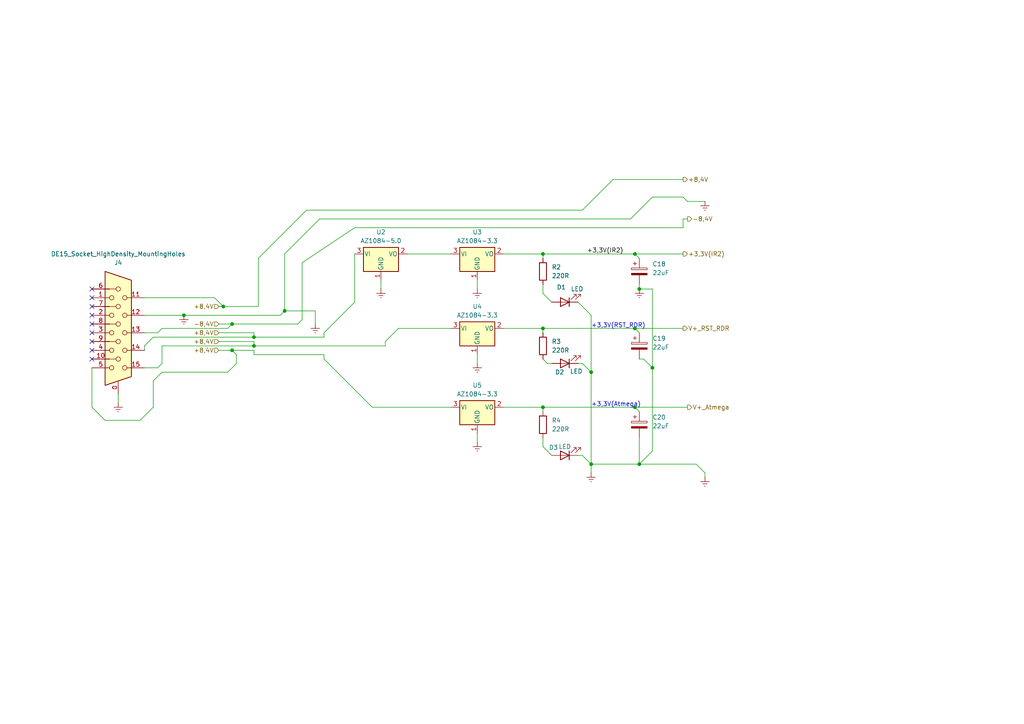
<source format=kicad_sch>
(kicad_sch (version 20250114) (generator "eeschema") (generator_version "9.0")
  (paper "A4")
  (title_block (title "PROJETO IR2_B2_UFAM") (date "07/08/2025") (company "UFAM-UFMG") (comment 1 "1 - Software Proteus substituído pelo Software Kicad 9.0") (comment 2 "2 - Incluído Amplificafor de Instrumentação para reduzir ruídos") (comment 3 "3 - Incluídos conectores para cabos entrelaçados") (comment 4 "4 - Análise de 4 camadas para reduzir ruídos"))
  (lib_symbols
    (symbol "Connector:DE15_Socket_HighDensity_MountingHoles" (pin_names (offset 1.016) (hide yes))
      (property "Reference" "J" (at 0 21.59 0))
      (property "Value" "DE15_Socket_HighDensity_MountingHoles" (at 0 19.05 0))
      (symbol "DE15_Socket_HighDensity_MountingHoles_0_1"
        (polyline (pts (xy -3.81 17.78) (xy -3.81 -15.24) (xy 3.81 -12.7) (xy 3.81 15.24) (xy -3.81 17.78)) (stroke (width 0.254)) (fill (type background)))
        (polyline (pts (xy -3.175 7.62) (xy -0.635 7.62)))
        (circle (center -1.905 10.16) (radius 0.635))
        (circle (center -1.905 5.08) (radius 0.635))
        (circle (center -1.905 0) (radius 0.635))
        (circle (center -1.905 -5.08) (radius 0.635))
        (circle (center -1.905 -10.16) (radius 0.635))
        (polyline (pts (xy -0.635 12.7) (xy -3.175 12.7)))
        (polyline (pts (xy -0.635 2.54) (xy -3.175 2.54)))
        (polyline (pts (xy -0.635 -2.54) (xy -3.175 -2.54)))
        (polyline (pts (xy -0.635 -7.62) (xy -3.175 -7.62)))
        (circle (center 0 12.7) (radius 0.635))
        (circle (center 0 7.62) (radius 0.635))
        (circle (center 0 2.54) (radius 0.635))
        (circle (center 0 -2.54) (radius 0.635))
        (circle (center 0 -7.62) (radius 0.635))
        (circle (center 1.905 10.16) (radius 0.635))
        (circle (center 1.905 5.08) (radius 0.635))
        (circle (center 1.905 0) (radius 0.635))
        (circle (center 1.905 -5.08) (radius 0.635))
        (circle (center 1.905 -10.16) (radius 0.635))
      )
      (symbol "DE15_Socket_HighDensity_MountingHoles_1_1"
        (pin passive line (at -7.62 12.7 0) (length 5.08) (name "~") (number "6"))
        (pin passive line (at -7.62 10.16 0) (length 5.08) (name "~") (number "1"))
        (pin passive line (at -7.62 7.62 0) (length 5.08) (name "~") (number "7"))
        (pin passive line (at -7.62 5.08 0) (length 5.08) (name "~") (number "2"))
        (pin passive line (at -7.62 2.54 0) (length 5.08) (name "~") (number "8"))
        (pin passive line (at -7.62 0 0) (length 5.08) (name "~") (number "3"))
        (pin passive line (at -7.62 -2.54 0) (length 5.08) (name "~") (number "9"))
        (pin passive line (at -7.62 -5.08 0) (length 5.08) (name "~") (number "4"))
        (pin passive line (at -7.62 -7.62 0) (length 5.08) (name "~") (number "10"))
        (pin passive line (at -7.62 -10.16 0) (length 5.08) (name "~") (number "5"))
        (pin passive line (at 0 -17.78 90) (length 3.81) (name "~") (number "0"))
        (pin passive line (at 7.62 10.16 180) (length 5.08) (name "~") (number "11"))
        (pin passive line (at 7.62 5.08 180) (length 5.08) (name "~") (number "12"))
        (pin passive line (at 7.62 0 180) (length 5.08) (name "~") (number "13"))
        (pin passive line (at 7.62 -5.08 180) (length 5.08) (name "~") (number "14"))
        (pin passive line (at 7.62 -10.16 180) (length 5.08) (name "~") (number "15"))
      )
    )
    (symbol "Device:C_Polarized" (pin_numbers (hide yes)) (pin_names (offset 0.254))
      (property "Reference" "C" (at 0.635 2.54 0))
      (property "Value" "C_Polarized" (at 0.635 -2.54 0))
      (symbol "C_Polarized_0_1"
        (rectangle (start -2.286 0.508) (end 2.286 1.016))
        (polyline (pts (xy -1.778 2.286) (xy -0.762 2.286)))
        (polyline (pts (xy -1.27 2.794) (xy -1.27 1.778)))
        (rectangle (start 2.286 -0.508) (end -2.286 -1.016) (fill (type outline)))
      )
      (symbol "C_Polarized_1_1"
        (pin passive line (at 0 3.81 270) (length 2.794) (name "~") (number "1"))
        (pin passive line (at 0 -3.81 90) (length 2.794) (name "~") (number "2"))
      )
    )
    (symbol "Device:LED" (pin_numbers (hide yes)) (pin_names (offset 1.016) (hide yes))
      (property "Reference" "D" (at 0 2.54 0))
      (property "Value" "LED" (at 0 -2.54 0))
      (symbol "LED_0_1"
        (polyline (pts (xy -3.048 -0.762) (xy -4.572 -2.286) (xy -3.81 -2.286) (xy -4.572 -2.286) (xy -4.572 -1.524)))
        (polyline (pts (xy -1.778 -0.762) (xy -3.302 -2.286) (xy -2.54 -2.286) (xy -3.302 -2.286) (xy -3.302 -1.524)))
        (polyline (pts (xy -1.27 0) (xy 1.27 0)))
        (polyline (pts (xy -1.27 -1.27) (xy -1.27 1.27)) (stroke (width 0.254)))
        (polyline (pts (xy 1.27 -1.27) (xy 1.27 1.27) (xy -1.27 0) (xy 1.27 -1.27)) (stroke (width 0.254)))
      )
      (symbol "LED_1_1"
        (pin passive line (at -3.81 0 0) (length 2.54) (name "K") (number "1"))
        (pin passive line (at 3.81 0 180) (length 2.54) (name "A") (number "2"))
      )
    )
    (symbol "Device:R" (pin_numbers (hide yes)) (pin_names (offset 0))
      (property "Reference" "R" (at 2.032 0 90))
      (property "Value" "R" (at 0 0 90))
      (symbol "R_0_1"
        (rectangle (start -1.016 -2.54) (end 1.016 2.54) (stroke (width 0.254)))
      )
      (symbol "R_1_1"
        (pin passive line (at 0 3.81 270) (length 1.27) (name "~") (number "1"))
        (pin passive line (at 0 -3.81 90) (length 1.27) (name "~") (number "2"))
      )
    )
    (symbol "Regulator_Linear:AZ1084-3.3" (pin_names (offset 0.254))
      (property "Reference" "U" (at -3.81 3.175 0))
      (property "Value" "AZ1084-3.3" (at 0 3.175 0))
      (symbol "AZ1084-3.3_0_1"
        (rectangle (start -5.08 1.905) (end 5.08 -5.08) (stroke (width 0.254)) (fill (type background)))
      )
      (symbol "AZ1084-3.3_1_1"
        (pin power_in line (at -7.62 0 0) (length 2.54) (name "VI") (number "3"))
        (pin power_in line (at 0 -7.62 90) (length 2.54) (name "GND") (number "1"))
        (pin power_out line (at 7.62 0 180) (length 2.54) (name "VO") (number "2"))
      )
    )
    (symbol "Regulator_Linear:AZ1084-5.0" (pin_names (offset 0.254))
      (property "Reference" "U" (at -3.81 3.175 0))
      (property "Value" "AZ1084-5.0" (at 0 3.175 0))
      (symbol "AZ1084-5.0_0_1"
        (rectangle (start -5.08 1.905) (end 5.08 -5.08) (stroke (width 0.254)) (fill (type background)))
      )
      (symbol "AZ1084-5.0_1_1"
        (pin power_in line (at -7.62 0 0) (length 2.54) (name "VI") (number "3"))
        (pin power_in line (at 0 -7.62 90) (length 2.54) (name "GND") (number "1"))
        (pin power_out line (at 7.62 0 180) (length 2.54) (name "VO") (number "2"))
      )
    )
    (symbol "power:Earth" (power) (pin_numbers (hide yes)) (pin_names (offset 0) (hide yes))
      (property "Value" "Earth" (at 0 -3.81 0))
      (symbol "Earth_0_1"
        (polyline (pts (xy -0.635 -1.905) (xy 0.635 -1.905)))
        (polyline (pts (xy -0.127 -2.54) (xy 0.127 -2.54)))
        (polyline (pts (xy 0 -1.27) (xy 0 0)))
        (polyline (pts (xy 1.27 -1.27) (xy -1.27 -1.27)))
      )
      (symbol "Earth_1_1"
        (pin power_in line (at 0 0 270) (length 0) (name "~") (number "1"))
      )
    )
  )
  (text "+3,3V(RST_RDR)" (at 171.45 95.25 0) (effects (font (size 1.27 1.27)) (justify left bottom)))
  (text "+3,3V(Atmega)" (at 171.45 118.11 0) (effects (font (size 1.27 1.27)) (justify left bottom)))
  (junction (at 157.48 73.66))
  (junction (at 73.66 97.79))
  (junction (at 184.15 95.25))
  (junction (at 185.42 83.82))
  (junction (at 53.34 91.44))
  (junction (at 157.48 95.25))
  (junction (at 67.31 101.6))
  (junction (at 185.42 134.62))
  (junction (at 82.55 90.17))
  (junction (at 67.31 93.98))
  (junction (at 184.15 73.66))
  (junction (at 157.48 118.11))
  (junction (at 184.15 118.11))
  (junction (at 171.45 134.62))
  (junction (at 64.77 88.9))
  (junction (at 189.23 106.68))
  (junction (at 171.45 107.95))
  (junction (at 73.66 100.33))
  (no_connect (at 26.67 91.44))
  (no_connect (at 26.67 104.14))
  (no_connect (at 26.67 96.52))
  (no_connect (at 26.67 88.9))
  (no_connect (at 26.67 93.98))
  (no_connect (at 26.67 101.6))
  (no_connect (at 26.67 83.82))
  (no_connect (at 26.67 99.06))
  (no_connect (at 26.67 86.36))
  (wire (pts (xy 66.04 107.95) (xy 68.58 105.41)))
  (wire (pts (xy 41.91 101.6) (xy 41.91 100.33)))
  (wire (pts (xy 107.95 118.11) (xy 93.98 104.14)))
  (wire (pts (xy 63.5 96.52) (xy 73.66 96.52)))
  (wire (pts (xy 146.05 73.66) (xy 157.48 73.66)))
  (wire (pts (xy 160.02 87.63) (xy 157.48 85.09)))
  (wire (pts (xy 198.12 66.04) (xy 102.87 66.04)))
  (wire (pts (xy 93.98 102.87) (xy 93.98 104.14)))
  (wire (pts (xy 157.48 95.25) (xy 157.48 96.52)))
  (wire (pts (xy 107.95 118.11) (xy 130.81 118.11)))
  (wire (pts (xy 157.48 118.11) (xy 157.48 119.38)))
  (wire (pts (xy 63.5 101.6) (xy 67.31 101.6)))
  (wire (pts (xy 171.45 134.62) (xy 185.42 134.62)))
  (wire (pts (xy 41.91 106.68) (xy 45.72 106.68)))
  (wire (pts (xy 26.67 118.11) (xy 30.48 121.92)))
  (wire (pts (xy 138.43 125.73) (xy 138.43 128.27)))
  (wire (pts (xy 102.87 73.66) (xy 102.87 87.63)))
  (wire (pts (xy 62.23 86.36) (xy 64.77 88.9)))
  (wire (pts (xy 157.48 73.66) (xy 157.48 74.93)))
  (wire (pts (xy 118.11 73.66) (xy 130.81 73.66)))
  (wire (pts (xy 189.23 130.81) (xy 185.42 134.62)))
  (wire (pts (xy 68.58 102.87) (xy 67.31 101.6)))
  (wire (pts (xy 157.48 118.11) (xy 184.15 118.11)))
  (wire (pts (xy 81.28 91.44) (xy 82.55 90.17)))
  (wire (pts (xy 204.47 138.43) (xy 204.47 137.16)))
  (wire (pts (xy 160.02 105.41) (xy 158.75 105.41)))
  (wire (pts (xy 171.45 91.44) (xy 167.64 87.63)))
  (wire (pts (xy 185.42 83.82) (xy 189.23 83.82)))
  (wire (pts (xy 115.57 95.25) (xy 130.81 95.25)))
  (wire (pts (xy 168.91 60.96) (xy 177.8 52.07)))
  (wire (pts (xy 184.15 118.11) (xy 199.39 118.11)))
  (wire (pts (xy 41.91 96.52) (xy 45.72 96.52)))
  (wire (pts (xy 64.77 88.9) (xy 74.93 88.9)))
  (wire (pts (xy 93.98 96.52) (xy 93.98 97.79)))
  (wire (pts (xy 73.66 101.6) (xy 73.66 102.87)))
  (wire (pts (xy 73.66 102.87) (xy 93.98 102.87)))
  (wire (pts (xy 73.66 97.79) (xy 93.98 97.79)))
  (wire (pts (xy 86.36 93.98) (xy 87.63 92.71)))
  (wire (pts (xy 184.15 95.25) (xy 198.12 95.25)))
  (wire (pts (xy 88.9 60.96) (xy 168.91 60.96)))
  (wire (pts (xy 91.44 90.17) (xy 91.44 93.98)))
  (wire (pts (xy 171.45 137.16) (xy 171.45 134.62)))
  (wire (pts (xy 168.91 105.41) (xy 171.45 107.95)))
  (wire (pts (xy 186.69 104.14) (xy 189.23 106.68)))
  (wire (pts (xy 157.48 95.25) (xy 184.15 95.25)))
  (wire (pts (xy 93.98 96.52) (xy 102.87 87.63)))
  (wire (pts (xy 44.45 118.11) (xy 44.45 110.49)))
  (wire (pts (xy 138.43 81.28) (xy 138.43 83.82)))
  (wire (pts (xy 74.93 74.93) (xy 88.9 60.96)))
  (wire (pts (xy 40.64 121.92) (xy 44.45 118.11)))
  (wire (pts (xy 63.5 99.06) (xy 73.66 99.06)))
  (wire (pts (xy 171.45 134.62) (xy 171.45 107.95)))
  (wire (pts (xy 87.63 76.2) (xy 102.87 66.04)))
  (wire (pts (xy 185.42 134.62) (xy 201.93 134.62)))
  (wire (pts (xy 201.93 134.62) (xy 204.47 137.16)))
  (wire (pts (xy 204.47 58.42) (xy 199.39 58.42)))
  (wire (pts (xy 82.55 90.17) (xy 82.55 73.66)))
  (wire (pts (xy 44.45 110.49) (xy 46.99 107.95)))
  (wire (pts (xy 158.75 105.41) (xy 157.48 104.14)))
  (wire (pts (xy 199.39 58.42) (xy 198.12 57.15)))
  (wire (pts (xy 46.99 107.95) (xy 66.04 107.95)))
  (wire (pts (xy 66.04 95.25) (xy 67.31 93.98)))
  (wire (pts (xy 185.42 119.38) (xy 184.15 118.11)))
  (wire (pts (xy 189.23 106.68) (xy 189.23 130.81)))
  (wire (pts (xy 157.48 73.66) (xy 184.15 73.66)))
  (wire (pts (xy 63.5 93.98) (xy 67.31 93.98)))
  (wire (pts (xy 30.48 121.92) (xy 40.64 121.92)))
  (wire (pts (xy 34.29 114.3) (xy 34.29 116.84)))
  (wire (pts (xy 185.42 83.82) (xy 185.42 82.55)))
  (wire (pts (xy 92.71 63.5) (xy 182.88 63.5)))
  (wire (pts (xy 110.49 81.28) (xy 110.49 83.82)))
  (wire (pts (xy 198.12 63.5) (xy 199.39 63.5)))
  (wire (pts (xy 167.64 105.41) (xy 168.91 105.41)))
  (wire (pts (xy 146.05 95.25) (xy 157.48 95.25)))
  (wire (pts (xy 46.99 95.25) (xy 66.04 95.25)))
  (wire (pts (xy 157.48 82.55) (xy 157.48 85.09)))
  (wire (pts (xy 171.45 107.95) (xy 171.45 91.44)))
  (wire (pts (xy 41.91 100.33) (xy 44.45 97.79)))
  (wire (pts (xy 44.45 97.79) (xy 73.66 97.79)))
  (wire (pts (xy 67.31 101.6) (xy 73.66 101.6)))
  (wire (pts (xy 160.02 132.08) (xy 157.48 129.54)))
  (wire (pts (xy 73.66 99.06) (xy 73.66 100.33)))
  (wire (pts (xy 182.88 63.5) (xy 189.23 57.15)))
  (wire (pts (xy 68.58 105.41) (xy 68.58 102.87)))
  (wire (pts (xy 41.91 91.44) (xy 53.34 91.44)))
  (wire (pts (xy 168.91 132.08) (xy 171.45 134.62)))
  (wire (pts (xy 138.43 102.87) (xy 138.43 105.41)))
  (wire (pts (xy 67.31 93.98) (xy 86.36 93.98)))
  (wire (pts (xy 184.15 73.66) (xy 185.42 74.93)))
  (wire (pts (xy 111.76 99.06) (xy 111.76 100.33)))
  (wire (pts (xy 82.55 73.66) (xy 92.71 63.5)))
  (wire (pts (xy 26.67 106.68) (xy 26.67 118.11)))
  (wire (pts (xy 73.66 96.52) (xy 73.66 97.79)))
  (wire (pts (xy 45.72 96.52) (xy 46.99 95.25)))
  (wire (pts (xy 46.99 100.33) (xy 46.99 105.41)))
  (wire (pts (xy 189.23 57.15) (xy 198.12 57.15)))
  (wire (pts (xy 82.55 90.17) (xy 91.44 90.17)))
  (wire (pts (xy 63.5 88.9) (xy 64.77 88.9)))
  (wire (pts (xy 185.42 104.14) (xy 186.69 104.14)))
  (wire (pts (xy 46.99 100.33) (xy 73.66 100.33)))
  (wire (pts (xy 146.05 118.11) (xy 157.48 118.11)))
  (wire (pts (xy 74.93 88.9) (xy 74.93 74.93)))
  (wire (pts (xy 53.34 91.44) (xy 81.28 91.44)))
  (wire (pts (xy 73.66 100.33) (xy 111.76 100.33)))
  (wire (pts (xy 177.8 52.07) (xy 198.12 52.07)))
  (wire (pts (xy 87.63 92.71) (xy 87.63 76.2)))
  (wire (pts (xy 185.42 127) (xy 185.42 134.62)))
  (wire (pts (xy 198.12 63.5) (xy 198.12 66.04)))
  (wire (pts (xy 46.99 105.41) (xy 45.72 106.68)))
  (wire (pts (xy 111.76 99.06) (xy 115.57 95.25)))
  (wire (pts (xy 184.15 95.25) (xy 185.42 96.52)))
  (wire (pts (xy 157.48 127) (xy 157.48 129.54)))
  (wire (pts (xy 189.23 83.82) (xy 189.23 106.68)))
  (wire (pts (xy 41.91 86.36) (xy 62.23 86.36)))
  (wire (pts (xy 184.15 73.66) (xy 198.12 73.66)))
  (wire (pts (xy 167.64 132.08) (xy 168.91 132.08)))
  (label "+3,3V(IR2)" (at 170.18 73.66 0))
  (hierarchical_label "+8,4V" (shape input) (at 63.5 96.52 180))
  (hierarchical_label "+8,4V" (shape input) (at 63.5 101.6 180))
  (hierarchical_label "+8,4V" (shape output) (at 198.12 52.07 0))
  (hierarchical_label "+8,4V" (shape input) (at 63.5 99.06 180))
  (hierarchical_label "+8,4V" (shape input) (at 63.5 88.9 180))
  (hierarchical_label "+3,3V(IR2)" (shape output) (at 198.12 73.66 0))
  (hierarchical_label "V+_RST_RDR" (shape output) (at 198.12 95.25 0))
  (hierarchical_label "V+_Atmega" (shape output) (at 199.39 118.11 0))
  (hierarchical_label "-8,4V" (shape output) (at 199.39 63.5 0))
  (hierarchical_label "-8,4V" (shape input) (at 63.5 93.98 180))
  (symbol (lib_id "power:Earth") (at 138.43 105.41 0) (unit 1)
    (property "Reference" "#PWR023" (effects (hide yes)))
    (property "Value" "Earth" (effects (hide yes)))
    (property "Description" "Power symbol creates a global label with name \"Earth\"" (effects (hide yes)))
  )
  (symbol (lib_id "Regulator_Linear:AZ1084-5.0") (at 110.49 73.66 0) (unit 1)
    (property "Reference" "U2" (at 110.49 67.31 0))
    (property "Value" "AZ1084-5.0" (at 110.49 69.85 0))
    (property "Footprint" "Package_TO_SOT_SMD:TO-263-3_TabPin2" (effects (hide yes)))
    (property "Datasheet" "https://www.diodes.com/assets/Datasheets/AZ1084.pdf" (effects (hide yes)))
    (property "Description" "5A 12V Fixed LDO Linear Regulator, 1.5V, TO-220/TO-252/TO-263" (effects (hide yes)))
  )
  (symbol (lib_id "Device:C_Polarized") (at 185.42 78.74 0) (unit 1)
    (property "Reference" "C18" (at 189.23 76.5809 0) (effects (justify left)))
    (property "Value" "22uF" (at 189.23 79.1209 0) (effects (justify left)))
    (property "Footprint" "Capacitor_SMD:CP_Elec_4x5.8" (effects (hide yes)))
    (property "Description" "Polarized capacitor" (effects (hide yes)))
  )
  (symbol (lib_id "power:Earth") (at 91.44 93.98 0) (unit 1)
    (property "Reference" "#PWR020" (effects (hide yes)))
    (property "Value" "Earth" (effects (hide yes)))
    (property "Description" "Power symbol creates a global label with name \"Earth\"" (effects (hide yes)))
  )
  (symbol (lib_id "power:Earth") (at 171.45 137.16 0) (unit 1)
    (property "Reference" "#PWR025" (effects (hide yes)))
    (property "Value" "Earth" (effects (hide yes)))
    (property "Description" "Power symbol creates a global label with name \"Earth\"" (effects (hide yes)))
  )
  (symbol (lib_id "Device:R") (at 157.48 78.74 180) (unit 1)
    (property "Reference" "R2" (at 160.02 77.4699 0) (effects (justify right)))
    (property "Value" "220R" (at 160.02 80.0099 0) (effects (justify right)))
    (property "Footprint" "Resistor_SMD:R_0805_2012Metric" (effects (hide yes)))
    (property "Description" "Resistor" (effects (hide yes)))
  )
  (symbol (lib_id "Regulator_Linear:AZ1084-3.3") (at 138.43 118.11 0) (unit 1)
    (property "Reference" "U5" (at 138.43 111.76 0))
    (property "Value" "AZ1084-3.3" (at 138.43 114.3 0))
    (property "Footprint" "Package_TO_SOT_SMD:TO-252-3_TabPin2" (effects (hide yes)))
    (property "Datasheet" "https://www.diodes.com/assets/Datasheets/AZ1084.pdf" (effects (hide yes)))
    (property "Description" "5A 12V Fixed LDO Linear Regulator, 1.5V, TO-220/TO-252/TO-263" (effects (hide yes)))
  )
  (symbol (lib_id "Connector:DE15_Socket_HighDensity_MountingHoles") (at 34.29 96.52 0) (unit 1)
    (property "Reference" "J4" (at 34.29 76.2 0))
    (property "Value" "DE15_Socket_HighDensity_MountingHoles" (at 34.29 73.66 0))
    (property "Footprint" "Connector_Dsub:DSUB-15-HD_Socket_Horizontal_P2.29x1.90mm_EdgePinOffset3.03mm_Housed_MountingHolesOffset4.94mm" (effects (hide yes)))
    (property "Description" "15-pin D-SUB connector, socket (female), High density (3 columns), Triple Row, Generic, VGA-connector, Mounting Hole" (effects (hide yes)))
  )
  (symbol (lib_id "power:Earth") (at 138.43 83.82 0) (unit 1)
    (property "Reference" "#PWR022" (effects (hide yes)))
    (property "Value" "Earth" (effects (hide yes)))
    (property "Description" "Power symbol creates a global label with name \"Earth\"" (effects (hide yes)))
  )
  (symbol (lib_id "power:Earth") (at 138.43 128.27 0) (unit 1)
    (property "Reference" "#PWR024" (effects (hide yes)))
    (property "Value" "Earth" (effects (hide yes)))
    (property "Description" "Power symbol creates a global label with name \"Earth\"" (effects (hide yes)))
  )
  (symbol (lib_id "power:Earth") (at 34.29 116.84 0) (unit 1)
    (property "Reference" "#PWR018" (effects (hide yes)))
    (property "Value" "Earth" (effects (hide yes)))
    (property "Description" "Power symbol creates a global label with name \"Earth\"" (effects (hide yes)))
  )
  (symbol (lib_id "Device:LED") (at 163.83 87.63 180) (unit 1)
    (property "Reference" "D1" (at 162.814 83.312 0))
    (property "Value" "LED" (at 167.386 83.82 0))
    (property "Footprint" "LED_THT:LED_D5.0mm" (effects (hide yes)))
    (property "Description" "Light emitting diode" (effects (hide yes)))
    (property "Sim.Pins" "1=K 2=A" (effects (hide yes)))
  )
  (symbol (lib_id "Device:R") (at 157.48 100.33 0) (unit 1)
    (property "Reference" "R3" (at 160.02 99.0599 0) (effects (justify left)))
    (property "Value" "220R" (at 160.02 101.5999 0) (effects (justify left)))
    (property "Footprint" "Resistor_SMD:R_0805_2012Metric" (effects (hide yes)))
    (property "Description" "Resistor" (effects (hide yes)))
  )
  (symbol (lib_id "power:Earth") (at 53.34 91.44 0) (unit 1)
    (property "Reference" "#PWR019" (effects (hide yes)))
    (property "Value" "Earth" (effects (hide yes)))
    (property "Description" "Power symbol creates a global label with name \"Earth\"" (effects (hide yes)))
  )
  (symbol (lib_id "Device:C_Polarized") (at 185.42 100.33 0) (unit 1)
    (property "Reference" "C19" (at 189.23 98.1709 0) (effects (justify left)))
    (property "Value" "22uF" (at 189.23 100.7109 0) (effects (justify left)))
    (property "Footprint" "Capacitor_SMD:CP_Elec_4x5.8" (effects (hide yes)))
    (property "Description" "Polarized capacitor" (effects (hide yes)))
  )
  (symbol (lib_id "power:Earth") (at 185.42 83.82 0) (unit 1)
    (property "Reference" "#PWR026" (effects (hide yes)))
    (property "Value" "Earth" (effects (hide yes)))
    (property "Description" "Power symbol creates a global label with name \"Earth\"" (effects (hide yes)))
  )
  (symbol (lib_id "Device:R") (at 157.48 123.19 0) (unit 1)
    (property "Reference" "R4" (at 160.02 121.9199 0) (effects (justify left)))
    (property "Value" "220R" (at 160.02 124.4599 0) (effects (justify left)))
    (property "Footprint" "Resistor_SMD:R_0805_2012Metric" (effects (hide yes)))
    (property "Description" "Resistor" (effects (hide yes)))
  )
  (symbol (lib_id "Device:LED") (at 163.83 132.08 180) (unit 1)
    (property "Reference" "D3" (at 160.528 129.794 0))
    (property "Value" "LED" (at 163.83 129.54 0))
    (property "Footprint" "LED_THT:LED_D5.0mm" (effects (hide yes)))
    (property "Description" "Light emitting diode" (effects (hide yes)))
    (property "Sim.Pins" "1=K 2=A" (effects (hide yes)))
  )
  (symbol (lib_id "power:Earth") (at 110.49 83.82 0) (unit 1)
    (property "Reference" "#PWR021" (effects (hide yes)))
    (property "Value" "Earth" (effects (hide yes)))
    (property "Description" "Power symbol creates a global label with name \"Earth\"" (effects (hide yes)))
  )
  (symbol (lib_id "Regulator_Linear:AZ1084-3.3") (at 138.43 73.66 0) (unit 1)
    (property "Reference" "U3" (at 138.43 67.31 0))
    (property "Value" "AZ1084-3.3" (at 138.43 69.85 0))
    (property "Footprint" "Package_TO_SOT_SMD:TO-252-3_TabPin2" (effects (hide yes)))
    (property "Datasheet" "https://www.diodes.com/assets/Datasheets/AZ1084.pdf" (effects (hide yes)))
    (property "Description" "5A 12V Fixed LDO Linear Regulator, 1.5V, TO-220/TO-252/TO-263" (effects (hide yes)))
  )
  (symbol (lib_id "Device:C_Polarized") (at 185.42 123.19 0) (unit 1)
    (property "Reference" "C20" (at 189.23 121.0309 0) (effects (justify left)))
    (property "Value" "22uF" (at 189.23 123.5709 0) (effects (justify left)))
    (property "Footprint" "Capacitor_SMD:CP_Elec_4x5.8" (effects (hide yes)))
    (property "Description" "Polarized capacitor" (effects (hide yes)))
  )
  (symbol (lib_id "power:Earth") (at 204.47 58.42 0) (unit 1)
    (property "Reference" "#PWR027" (effects (hide yes)))
    (property "Value" "Earth" (effects (hide yes)))
    (property "Description" "Power symbol creates a global label with name \"Earth\"" (effects (hide yes)))
  )
  (symbol (lib_id "power:Earth") (at 204.47 138.43 0) (unit 1)
    (property "Reference" "#PWR028" (effects (hide yes)))
    (property "Value" "Earth" (effects (hide yes)))
    (property "Description" "Power symbol creates a global label with name \"Earth\"" (effects (hide yes)))
  )
  (symbol (lib_id "Device:LED") (at 163.83 105.41 180) (unit 1)
    (property "Reference" "D2" (at 162.306 107.95 0))
    (property "Value" "LED" (at 167.132 107.696 0))
    (property "Footprint" "LED_THT:LED_D5.0mm" (effects (hide yes)))
    (property "Description" "Light emitting diode" (effects (hide yes)))
    (property "Sim.Pins" "1=K 2=A" (effects (hide yes)))
  )
  (symbol (lib_id "Regulator_Linear:AZ1084-3.3") (at 138.43 95.25 0) (unit 1)
    (property "Reference" "U4" (at 138.43 88.9 0))
    (property "Value" "AZ1084-3.3" (at 138.43 91.44 0))
    (property "Footprint" "Package_TO_SOT_SMD:TO-252-3_TabPin2" (effects (hide yes)))
    (property "Datasheet" "https://www.diodes.com/assets/Datasheets/AZ1084.pdf" (effects (hide yes)))
    (property "Description" "5A 12V Fixed LDO Linear Regulator, 1.5V, TO-220/TO-252/TO-263" (effects (hide yes)))
  )
)
</source>
